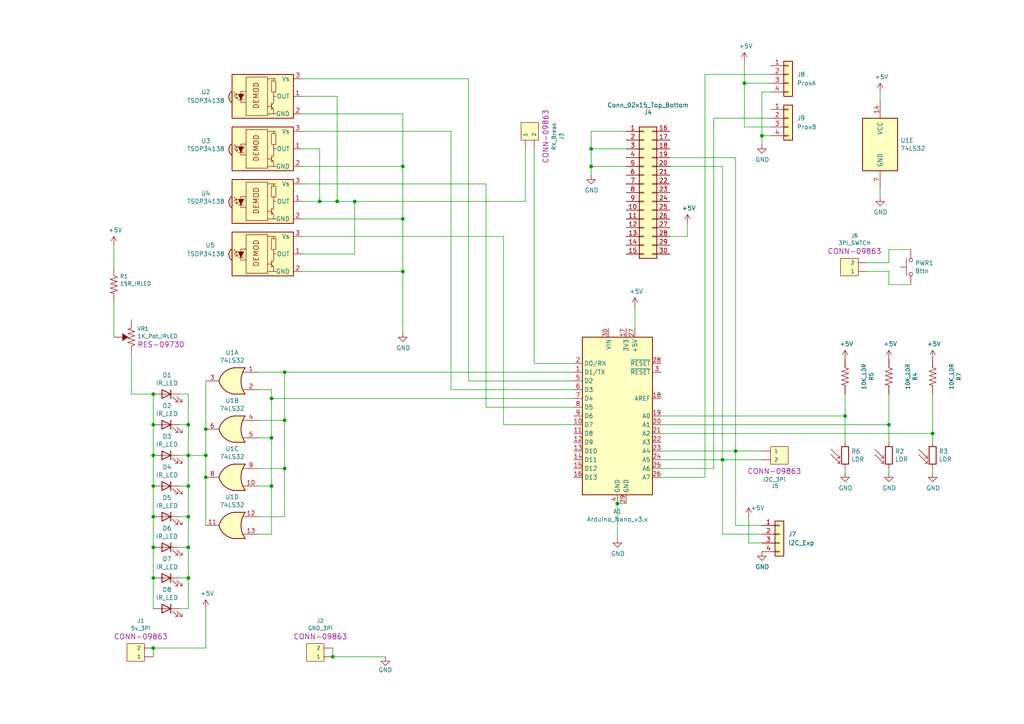
<source format=kicad_sch>
(kicad_sch (version 20230121) (generator eeschema)
  (paper "A4")
  (lib_symbols
    (symbol "74xx:74LS32" (pin_names (offset 1.016))
      (property "Reference" "U" (at 0 1.27 0))
      (property "Value" "74LS32" (at 0 -1.27 0))
      (symbol "74LS32_1_1"
        (pin input line (at -7.62 2.54 0) (length 4.318) (name "~") (number "1"))
        (pin input line (at -7.62 -2.54 0) (length 4.318) (name "~") (number "2"))
        (pin output line (at 7.62 0 180) (length 3.81) (name "~") (number "3"))
      )
      (symbol "74LS32_1_2"
        (pin input inverted (at -7.62 2.54 0) (length 3.81) (name "~") (number "1"))
        (pin input inverted (at -7.62 -2.54 0) (length 3.81) (name "~") (number "2"))
        (pin output inverted (at 7.62 0 180) (length 3.81) (name "~") (number "3"))
      )
      (symbol "74LS32_2_1"
        (pin input line (at -7.62 2.54 0) (length 4.318) (name "~") (number "4"))
        (pin input line (at -7.62 -2.54 0) (length 4.318) (name "~") (number "5"))
        (pin output line (at 7.62 0 180) (length 3.81) (name "~") (number "6"))
      )
      (symbol "74LS32_2_2"
        (pin input inverted (at -7.62 2.54 0) (length 3.81) (name "~") (number "4"))
        (pin input inverted (at -7.62 -2.54 0) (length 3.81) (name "~") (number "5"))
        (pin output inverted (at 7.62 0 180) (length 3.81) (name "~") (number "6"))
      )
      (symbol "74LS32_3_1"
        (pin input line (at -7.62 -2.54 0) (length 4.318) (name "~") (number "10"))
        (pin output line (at 7.62 0 180) (length 3.81) (name "~") (number "8"))
        (pin input line (at -7.62 2.54 0) (length 4.318) (name "~") (number "9"))
      )
      (symbol "74LS32_3_2"
        (pin input inverted (at -7.62 -2.54 0) (length 3.81) (name "~") (number "10"))
        (pin output inverted (at 7.62 0 180) (length 3.81) (name "~") (number "8"))
        (pin input inverted (at -7.62 2.54 0) (length 3.81) (name "~") (number "9"))
      )
      (symbol "74LS32_4_1"
        (pin output line (at 7.62 0 180) (length 3.81) (name "~") (number "11"))
        (pin input line (at -7.62 2.54 0) (length 4.318) (name "~") (number "12"))
        (pin input line (at -7.62 -2.54 0) (length 4.318) (name "~") (number "13"))
      )
      (symbol "74LS32_4_2"
        (pin output inverted (at 7.62 0 180) (length 3.81) (name "~") (number "11"))
        (pin input inverted (at -7.62 2.54 0) (length 3.81) (name "~") (number "12"))
        (pin input inverted (at -7.62 -2.54 0) (length 3.81) (name "~") (number "13"))
      )
      (symbol "74LS32_5_0"
        (pin power_in line (at 0 12.7 270) (length 5.08) (name "VCC") (number "14"))
        (pin power_in line (at 0 -12.7 90) (length 5.08) (name "GND") (number "7"))
      )
    )
    (symbol "CONN_02JST-PTH-2_1" (pin_numbers hide) (pin_names (offset 1.016))
      (property "Reference" "J" (at -5.08 5.08 0))
      (property "Value" "SparkFun-Connectors_CONN_02JST-PTH-2" (at -5.08 -3.81 0))
      (property "Field4" "CONN-09863" (at 0 8.89 0))
      (symbol "CONN_02JST-PTH-2_1_1_1"
        (pin passive line (at 2.54 0 180) (length 2.54) (name "1") (number "1"))
        (pin passive line (at 2.54 2.54 180) (length 2.54) (name "2") (number "2"))
      )
    )
    (symbol "CONN_02JST-PTH-2_2" (pin_numbers hide) (pin_names (offset 1.016))
      (property "Reference" "J" (at -5.08 5.08 0))
      (property "Value" "SparkFun-Connectors_CONN_02JST-PTH-2" (at -5.08 -3.81 0))
      (property "Field4" "CONN-09863" (at 0 8.89 0))
      (symbol "CONN_02JST-PTH-2_2_1_1"
        (pin passive line (at 2.54 0 180) (length 2.54) (name "1") (number "1"))
        (pin passive line (at 2.54 2.54 180) (length 2.54) (name "2") (number "2"))
      )
    )
    (symbol "CONN_02JST-PTH-2_3" (pin_numbers hide) (pin_names (offset 1.016))
      (property "Reference" "J" (at -5.08 5.08 0))
      (property "Value" "SparkFun-Connectors_CONN_02JST-PTH-2" (at -5.08 -3.81 0))
      (property "Field4" "CONN-09863" (at 0 8.89 0))
      (symbol "CONN_02JST-PTH-2_3_1_1"
        (pin passive line (at 2.54 0 180) (length 2.54) (name "1") (number "1"))
        (pin passive line (at 2.54 2.54 180) (length 2.54) (name "2") (number "2"))
      )
    )
    (symbol "CONN_02JST-PTH-2_4" (pin_numbers hide) (pin_names (offset 1.016))
      (property "Reference" "J" (at -5.08 5.08 0))
      (property "Value" "SparkFun-Connectors_CONN_02JST-PTH-2" (at -5.08 -3.81 0))
      (property "Field4" "CONN-09863" (at 0 8.89 0))
      (symbol "CONN_02JST-PTH-2_4_1_1"
        (pin passive line (at 2.54 0 180) (length 2.54) (name "1") (number "1"))
        (pin passive line (at 2.54 2.54 180) (length 2.54) (name "2") (number "2"))
      )
    )
    (symbol "CONN_02JST-PTH-2_5" (pin_numbers hide) (pin_names (offset 1.016))
      (property "Reference" "J" (at -5.08 5.08 0))
      (property "Value" "SparkFun-Connectors_CONN_02JST-PTH-2" (at -5.08 -3.81 0))
      (property "Field4" "CONN-09863" (at 0 8.89 0))
      (symbol "CONN_02JST-PTH-2_5_1_1"
        (pin passive line (at 2.54 0 180) (length 2.54) (name "1") (number "1"))
        (pin passive line (at 2.54 2.54 180) (length 2.54) (name "2") (number "2"))
      )
    )
    (symbol "Connector_Generic:Conn_01x04" (pin_names (offset 1.016) hide)
      (property "Reference" "J" (at 0 5.08 0))
      (property "Value" "Conn_01x04" (at 0 -7.62 0))
      (symbol "Conn_01x04_1_1"
        (pin passive line (at -5.08 2.54 0) (length 3.81) (name "Pin_1") (number "1"))
        (pin passive line (at -5.08 0 0) (length 3.81) (name "Pin_2") (number "2"))
        (pin passive line (at -5.08 -2.54 0) (length 3.81) (name "Pin_3") (number "3"))
        (pin passive line (at -5.08 -5.08 0) (length 3.81) (name "Pin_4") (number "4"))
      )
    )
    (symbol "Connector_Generic:Conn_02x15_Top_Bottom" (pin_names (offset 1.016) hide)
      (property "Reference" "J" (at 1.27 20.32 0))
      (property "Value" "Conn_02x15_Top_Bottom" (at 1.27 -20.32 0))
      (symbol "Conn_02x15_Top_Bottom_1_1"
        (pin passive line (at -5.08 17.78 0) (length 3.81) (name "Pin_1") (number "1"))
        (pin passive line (at -5.08 -5.08 0) (length 3.81) (name "Pin_10") (number "10"))
        (pin passive line (at -5.08 -7.62 0) (length 3.81) (name "Pin_11") (number "11"))
        (pin passive line (at -5.08 -10.16 0) (length 3.81) (name "Pin_12") (number "12"))
        (pin passive line (at -5.08 -12.7 0) (length 3.81) (name "Pin_13") (number "13"))
        (pin passive line (at -5.08 -15.24 0) (length 3.81) (name "Pin_14") (number "14"))
        (pin passive line (at -5.08 -17.78 0) (length 3.81) (name "Pin_15") (number "15"))
        (pin passive line (at 7.62 17.78 180) (length 3.81) (name "Pin_16") (number "16"))
        (pin passive line (at 7.62 15.24 180) (length 3.81) (name "Pin_17") (number "17"))
        (pin passive line (at 7.62 12.7 180) (length 3.81) (name "Pin_18") (number "18"))
        (pin passive line (at 7.62 10.16 180) (length 3.81) (name "Pin_19") (number "19"))
        (pin passive line (at -5.08 15.24 0) (length 3.81) (name "Pin_2") (number "2"))
        (pin passive line (at 7.62 7.62 180) (length 3.81) (name "Pin_20") (number "20"))
        (pin passive line (at 7.62 5.08 180) (length 3.81) (name "Pin_21") (number "21"))
        (pin passive line (at 7.62 2.54 180) (length 3.81) (name "Pin_22") (number "22"))
        (pin passive line (at 7.62 0 180) (length 3.81) (name "Pin_23") (number "23"))
        (pin passive line (at 7.62 -2.54 180) (length 3.81) (name "Pin_24") (number "24"))
        (pin passive line (at 7.62 -5.08 180) (length 3.81) (name "Pin_25") (number "25"))
        (pin passive line (at 7.62 -7.62 180) (length 3.81) (name "Pin_26") (number "26"))
        (pin passive line (at 7.62 -10.16 180) (length 3.81) (name "Pin_27") (number "27"))
        (pin passive line (at 7.62 -12.7 180) (length 3.81) (name "Pin_28") (number "28"))
        (pin passive line (at 7.62 -15.24 180) (length 3.81) (name "Pin_29") (number "29"))
        (pin passive line (at -5.08 12.7 0) (length 3.81) (name "Pin_3") (number "3"))
        (pin passive line (at 7.62 -17.78 180) (length 3.81) (name "Pin_30") (number "30"))
        (pin passive line (at -5.08 10.16 0) (length 3.81) (name "Pin_4") (number "4"))
        (pin passive line (at -5.08 7.62 0) (length 3.81) (name "Pin_5") (number "5"))
        (pin passive line (at -5.08 5.08 0) (length 3.81) (name "Pin_6") (number "6"))
        (pin passive line (at -5.08 2.54 0) (length 3.81) (name "Pin_7") (number "7"))
        (pin passive line (at -5.08 0 0) (length 3.81) (name "Pin_8") (number "8"))
        (pin passive line (at -5.08 -2.54 0) (length 3.81) (name "Pin_9") (number "9"))
      )
    )
    (symbol "Device:LED" (pin_numbers hide) (pin_names (offset 1.016) hide)
      (property "Reference" "D" (at 0 2.54 0))
      (property "Value" "LED" (at 0 -2.54 0))
      (symbol "LED_1_1"
        (pin passive line (at -3.81 0 0) (length 2.54) (name "K") (number "1"))
        (pin passive line (at 3.81 0 180) (length 2.54) (name "A") (number "2"))
      )
    )
    (symbol "Device:R_PHOTO" (pin_numbers hide) (pin_names (offset 0))
      (property "Reference" "R" (at 1.27 1.27 0))
      (property "Value" "Device_R_PHOTO" (at 1.27 0 0))
      (symbol "R_PHOTO_1_1"
        (pin passive line (at 0 3.81 270) (length 1.27) (name "~") (number "1"))
        (pin passive line (at 0 -3.81 90) (length 1.27) (name "~") (number "2"))
      )
    )
    (symbol "Interface_Optical:TSOP34S40F" (pin_names (offset 1.016))
      (property "Reference" "U" (at -10.16 7.62 0))
      (property "Value" "TSOP34S40F" (at -10.16 -7.62 0))
      (symbol "TSOP34S40F_0_0"
        (text "DEMOD" (at -3.175 0.254 900) (effects (font (size 1.524 1.524))))
      )
      (symbol "TSOP34S40F_1_1"
        (pin output line (at 10.16 0 180) (length 2.54) (name "OUT") (number "1"))
        (pin power_in line (at 10.16 -5.08 180) (length 2.54) (name "GND") (number "2"))
        (pin power_in line (at 10.16 5.08 180) (length 2.54) (name "Vs") (number "3"))
      )
    )
    (symbol "MCU_Module:Arduino_Nano_v3.x"
      (property "Reference" "A" (at -10.16 23.495 0))
      (property "Value" "Arduino_Nano_v3.x" (at 5.08 -24.13 0))
      (symbol "Arduino_Nano_v3.x_1_1"
        (pin bidirectional line (at -12.7 12.7 0) (length 2.54) (name "D1/TX") (number "1"))
        (pin bidirectional line (at -12.7 -2.54 0) (length 2.54) (name "D7") (number "10"))
        (pin bidirectional line (at -12.7 -5.08 0) (length 2.54) (name "D8") (number "11"))
        (pin bidirectional line (at -12.7 -7.62 0) (length 2.54) (name "D9") (number "12"))
        (pin bidirectional line (at -12.7 -10.16 0) (length 2.54) (name "D10") (number "13"))
        (pin bidirectional line (at -12.7 -12.7 0) (length 2.54) (name "D11") (number "14"))
        (pin bidirectional line (at -12.7 -15.24 0) (length 2.54) (name "D12") (number "15"))
        (pin bidirectional line (at -12.7 -17.78 0) (length 2.54) (name "D13") (number "16"))
        (pin power_out line (at 2.54 25.4 270) (length 2.54) (name "3V3") (number "17"))
        (pin input line (at 12.7 5.08 180) (length 2.54) (name "AREF") (number "18"))
        (pin bidirectional line (at 12.7 0 180) (length 2.54) (name "A0") (number "19"))
        (pin bidirectional line (at -12.7 15.24 0) (length 2.54) (name "D0/RX") (number "2"))
        (pin bidirectional line (at 12.7 -2.54 180) (length 2.54) (name "A1") (number "20"))
        (pin bidirectional line (at 12.7 -5.08 180) (length 2.54) (name "A2") (number "21"))
        (pin bidirectional line (at 12.7 -7.62 180) (length 2.54) (name "A3") (number "22"))
        (pin bidirectional line (at 12.7 -10.16 180) (length 2.54) (name "A4") (number "23"))
        (pin bidirectional line (at 12.7 -12.7 180) (length 2.54) (name "A5") (number "24"))
        (pin bidirectional line (at 12.7 -15.24 180) (length 2.54) (name "A6") (number "25"))
        (pin bidirectional line (at 12.7 -17.78 180) (length 2.54) (name "A7") (number "26"))
        (pin power_out line (at 5.08 25.4 270) (length 2.54) (name "+5V") (number "27"))
        (pin input line (at 12.7 15.24 180) (length 2.54) (name "~{RESET}") (number "28"))
        (pin power_in line (at 2.54 -25.4 90) (length 2.54) (name "GND") (number "29"))
        (pin input line (at 12.7 12.7 180) (length 2.54) (name "~{RESET}") (number "3"))
        (pin power_in line (at -2.54 25.4 270) (length 2.54) (name "VIN") (number "30"))
        (pin power_in line (at 0 -25.4 90) (length 2.54) (name "GND") (number "4"))
        (pin bidirectional line (at -12.7 10.16 0) (length 2.54) (name "D2") (number "5"))
        (pin bidirectional line (at -12.7 7.62 0) (length 2.54) (name "D3") (number "6"))
        (pin bidirectional line (at -12.7 5.08 0) (length 2.54) (name "D4") (number "7"))
        (pin bidirectional line (at -12.7 2.54 0) (length 2.54) (name "D5") (number "8"))
        (pin bidirectional line (at -12.7 0 0) (length 2.54) (name "D6") (number "9"))
      )
    )
    (symbol "RESISTOR0402_1" (pin_numbers hide) (pin_names (offset 1.016) hide)
      (property "Reference" "R" (at -5.08 1.27 0))
      (property "Value" "SparkFun-Resistors_RESISTOR0402" (at -5.08 -3.81 0))
      (property "Field4" " " (at 0 5.08 0))
      (symbol "RESISTOR0402_1_1_1"
        (pin passive line (at -5.08 0 0) (length 2.54) (name "1") (number "1"))
        (pin passive line (at 5.08 0 180) (length 2.54) (name "2") (number "2"))
      )
    )
    (symbol "RESISTOR0402_2" (pin_numbers hide) (pin_names (offset 1.016) hide)
      (property "Reference" "R" (at -5.08 1.27 0))
      (property "Value" "SparkFun-Resistors_RESISTOR0402" (at -5.08 -3.81 0))
      (property "Field4" " " (at 0 5.08 0))
      (symbol "RESISTOR0402_2_1_1"
        (pin passive line (at -5.08 0 0) (length 2.54) (name "1") (number "1"))
        (pin passive line (at 5.08 0 180) (length 2.54) (name "2") (number "2"))
      )
    )
    (symbol "SparkFun-Connectors:CONN_02JST-PTH-2" (pin_numbers hide) (pin_names (offset 1.016))
      (property "Reference" "J" (at -5.08 5.08 0))
      (property "Value" "SparkFun-Connectors_CONN_02JST-PTH-2" (at -5.08 -3.81 0))
      (property "Field4" "CONN-09863" (at 0 8.89 0))
      (symbol "CONN_02JST-PTH-2_1_1"
        (pin passive line (at 2.54 0 180) (length 2.54) (name "1") (number "1"))
        (pin passive line (at 2.54 2.54 180) (length 2.54) (name "2") (number "2"))
      )
    )
    (symbol "SparkFun-LED:LED-RGB-CCCLEAR" (pin_names (offset 1.016) hide)
      (property "Reference" "D" (at -7.62 6.35 0))
      (property "Value" "SparkFun-LED_LED-RGB-CCCLEAR" (at -7.62 -7.62 0))
      (property "Field4" "DIO-08418" (at 0 10.16 0))
      (symbol "LED-RGB-CCCLEAR_1_1"
        (pin bidirectional line (at -10.16 2.54 0) (length 2.54) (name "RED") (number "1"))
        (pin bidirectional line (at 12.7 0 180) (length 2.54) (name "C") (number "2"))
        (pin bidirectional line (at -10.16 -2.54 0) (length 2.54) (name "GRN") (number "3"))
        (pin bidirectional line (at -10.16 0 0) (length 2.54) (name "BLU") (number "4"))
      )
    )
    (symbol "SparkFun-Resistors:RESISTOR0402" (pin_numbers hide) (pin_names (offset 1.016) hide)
      (property "Reference" "R" (at -5.08 1.27 0))
      (property "Value" "SparkFun-Resistors_RESISTOR0402" (at -5.08 -3.81 0))
      (property "Field4" " " (at 0 5.08 0))
      (symbol "RESISTOR0402_1_1"
        (pin passive line (at -5.08 0 0) (length 2.54) (name "1") (number "1"))
        (pin passive line (at 5.08 0 180) (length 2.54) (name "2") (number "2"))
      )
    )
    (symbol "SparkFun-Resistors:TRIMPOT-PTH-10MM-KNOB-1_2W-10%" (pin_numbers hide) (pin_names (offset 1.016) hide)
      (property "Reference" "VR" (at -1.27 -5.08 90))
      (property "Value" "SparkFun-Resistors_TRIMPOT-PTH-10MM-KNOB-1_2W-10%" (at 5.08 1.27 90))
      (property "Field4" "RES-09730" (at -5.08 0 90))
      (symbol "TRIMPOT-PTH-10MM-KNOB-1_2W-10%_1_1"
        (pin passive line (at 0 5.08 270) (length 2.54) (name "CCW") (number "1"))
        (pin passive line (at 5.08 0 180) (length 2.54) (name "WIPER") (number "2"))
        (pin passive line (at 0 -5.08 90) (length 2.54) (name "CW") (number "3"))
      )
    )
    (symbol "Switch:SW_Push" (pin_numbers hide) (pin_names (offset 1.016) hide)
      (property "Reference" "SW" (at 1.27 2.54 0))
      (property "Value" "SW_Push" (at 0 -1.524 0))
      (symbol "SW_Push_0_1"
        (pin passive line (at -5.08 0 0) (length 2.54) (name "1") (number "1"))
        (pin passive line (at 5.08 0 180) (length 2.54) (name "2") (number "2"))
      )
    )
    (symbol "TRIMPOT-PTH-10MM-KNOB-1_2W-10%_1" (pin_numbers hide) (pin_names (offset 1.016) hide)
      (property "Reference" "VR" (at -1.27 -5.08 90))
      (property "Value" "SparkFun-Resistors_TRIMPOT-PTH-10MM-KNOB-1_2W-10%" (at 5.08 1.27 90))
      (property "Field4" "RES-09730" (at -5.08 0 90))
      (symbol "TRIMPOT-PTH-10MM-KNOB-1_2W-10%_1_1_1"
        (pin passive line (at 0 5.08 270) (length 2.54) (name "CCW") (number "1"))
        (pin passive line (at 5.08 0 180) (length 2.54) (name "WIPER") (number "2"))
        (pin passive line (at 0 -5.08 90) (length 2.54) (name "CW") (number "3"))
      )
    )
    (symbol "power:+5V" (power) (pin_names (offset 0))
      (property "Value" "+5V" (at 0 3.556 0))
      (symbol "+5V_1_1"
        (pin power_in line (at 0 0 90) (length 0) hide (name "+5V") (number "1"))
      )
    )
    (symbol "power:GND" (power) (pin_names (offset 0))
      (property "Value" "GND" (at 0 -3.81 0))
      (symbol "GND_1_1"
        (pin power_in line (at 0 0 270) (length 0) hide (name "GND") (number "1"))
      )
    )
  )
  (junction (at 59.69 132.08))
  (junction (at 54.61 123.19))
  (junction (at 59.69 124.46))
  (junction (at 78.74 127))
  (junction (at 97.79 58.42))
  (junction (at 171.45 48.26))
  (junction (at 44.45 167.64))
  (junction (at 44.45 158.75))
  (junction (at 44.45 187.96))
  (junction (at 82.55 107.95))
  (junction (at 44.45 114.3))
  (junction (at 44.45 132.08))
  (junction (at 44.45 149.86))
  (junction (at 54.61 140.97))
  (junction (at 209.55 133.35))
  (junction (at 257.81 123.19))
  (junction (at 102.87 58.42))
  (junction (at 54.61 132.08))
  (junction (at 44.45 123.19))
  (junction (at 54.61 167.64))
  (junction (at 270.51 125.73))
  (junction (at 116.84 48.26))
  (junction (at 171.45 43.18))
  (junction (at 82.55 135.89))
  (junction (at 220.98 39.37))
  (junction (at 78.74 115.57))
  (junction (at 92.71 58.42))
  (junction (at 215.9 24.13))
  (junction (at 96.52 190.5))
  (junction (at 82.55 121.92))
  (junction (at 44.45 140.97))
  (junction (at 245.11 120.65))
  (junction (at 213.36 130.81))
  (junction (at 59.69 138.43))
  (junction (at 54.61 149.86))
  (junction (at 54.61 158.75))
  (junction (at 116.84 63.5))
  (junction (at 116.84 78.74))
  (junction (at 179.07 146.05))
  (junction (at 78.74 140.97))
  (wire (pts (xy 59.69 110.49) (xy 59.69 124.46)))
  (wire (pts (xy 52.07 132.08) (xy 54.61 132.08)))
  (wire (pts (xy 223.52 34.29) (xy 207.01 34.29)))
  (wire (pts (xy 130.81 38.1) (xy 130.81 113.03)))
  (wire (pts (xy 184.15 95.25) (xy 184.15 88.9)))
  (wire (pts (xy 82.55 135.89) (xy 74.93 135.89)))
  (wire (pts (xy 87.63 48.26) (xy 116.84 48.26)))
  (wire (pts (xy 217.17 157.48) (xy 217.17 149.86)))
  (wire (pts (xy 270.51 125.73) (xy 270.51 128.27)))
  (wire (pts (xy 87.63 58.42) (xy 92.71 58.42)))
  (wire (pts (xy 191.77 120.65) (xy 245.11 120.65)))
  (wire (pts (xy 220.98 26.67) (xy 220.98 39.37)))
  (wire (pts (xy 82.55 121.92) (xy 74.93 121.92)))
  (wire (pts (xy 166.37 115.57) (xy 78.74 115.57)))
  (wire (pts (xy 257.81 76.2) (xy 251.46 76.2)))
  (wire (pts (xy 223.52 26.67) (xy 220.98 26.67)))
  (wire (pts (xy 54.61 114.3) (xy 54.61 123.19)))
  (wire (pts (xy 87.63 78.74) (xy 116.84 78.74)))
  (wire (pts (xy 209.55 154.94) (xy 209.55 133.35)))
  (wire (pts (xy 209.55 133.35) (xy 220.98 133.35)))
  (wire (pts (xy 154.94 105.41) (xy 166.37 105.41)))
  (wire (pts (xy 44.45 149.86) (xy 44.45 158.75)))
  (wire (pts (xy 171.45 48.26) (xy 181.61 48.26)))
  (wire (pts (xy 82.55 149.86) (xy 74.93 149.86)))
  (wire (pts (xy 207.01 34.29) (xy 207.01 135.89)))
  (wire (pts (xy 116.84 78.74) (xy 116.84 96.52)))
  (wire (pts (xy 220.98 39.37) (xy 223.52 39.37)))
  (wire (pts (xy 140.97 53.34) (xy 140.97 118.11)))
  (wire (pts (xy 245.11 114.3) (xy 245.11 120.65)))
  (wire (pts (xy 59.69 138.43) (xy 59.69 152.4)))
  (wire (pts (xy 54.61 123.19) (xy 54.61 132.08)))
  (wire (pts (xy 255.27 29.21) (xy 255.27 26.67)))
  (wire (pts (xy 44.45 114.3) (xy 44.45 123.19)))
  (wire (pts (xy 44.45 123.19) (xy 44.45 132.08)))
  (wire (pts (xy 223.52 24.13) (xy 215.9 24.13)))
  (wire (pts (xy 52.07 149.86) (xy 54.61 149.86)))
  (wire (pts (xy 102.87 58.42) (xy 152.4 58.42)))
  (wire (pts (xy 257.81 114.3) (xy 257.81 123.19)))
  (wire (pts (xy 96.52 187.96) (xy 96.52 190.5)))
  (wire (pts (xy 255.27 57.15) (xy 255.27 54.61)))
  (wire (pts (xy 52.07 140.97) (xy 54.61 140.97)))
  (wire (pts (xy 220.98 130.81) (xy 213.36 130.81)))
  (wire (pts (xy 74.93 113.03) (xy 78.74 113.03)))
  (wire (pts (xy 181.61 43.18) (xy 171.45 43.18)))
  (wire (pts (xy 74.93 154.94) (xy 78.74 154.94)))
  (wire (pts (xy 171.45 50.8) (xy 171.45 48.26)))
  (wire (pts (xy 257.81 137.16) (xy 257.81 135.89)))
  (wire (pts (xy 116.84 63.5) (xy 87.63 63.5)))
  (wire (pts (xy 33.02 77.47) (xy 33.02 71.12)))
  (wire (pts (xy 264.16 72.39) (xy 257.81 72.39)))
  (wire (pts (xy 213.36 45.72) (xy 213.36 130.81)))
  (wire (pts (xy 78.74 115.57) (xy 78.74 127)))
  (wire (pts (xy 74.93 140.97) (xy 78.74 140.97)))
  (wire (pts (xy 191.77 130.81) (xy 213.36 130.81)))
  (wire (pts (xy 82.55 107.95) (xy 74.93 107.95)))
  (wire (pts (xy 207.01 135.89) (xy 191.77 135.89)))
  (wire (pts (xy 52.07 158.75) (xy 54.61 158.75)))
  (wire (pts (xy 257.81 72.39) (xy 257.81 76.2)))
  (wire (pts (xy 191.77 133.35) (xy 209.55 133.35)))
  (wire (pts (xy 59.69 176.53) (xy 59.69 187.96)))
  (wire (pts (xy 52.07 114.3) (xy 54.61 114.3)))
  (wire (pts (xy 44.45 190.5) (xy 44.45 187.96)))
  (wire (pts (xy 87.63 38.1) (xy 130.81 38.1)))
  (wire (pts (xy 140.97 118.11) (xy 166.37 118.11)))
  (wire (pts (xy 54.61 140.97) (xy 54.61 149.86)))
  (wire (pts (xy 179.07 146.05) (xy 179.07 156.21)))
  (wire (pts (xy 82.55 121.92) (xy 82.55 135.89)))
  (wire (pts (xy 223.52 21.59) (xy 204.47 21.59)))
  (wire (pts (xy 199.39 68.58) (xy 194.31 68.58)))
  (wire (pts (xy 264.16 82.55) (xy 257.81 82.55)))
  (wire (pts (xy 78.74 127) (xy 74.93 127)))
  (wire (pts (xy 215.9 36.83) (xy 215.9 24.13)))
  (wire (pts (xy 59.69 124.46) (xy 59.69 132.08)))
  (wire (pts (xy 213.36 152.4) (xy 220.98 152.4)))
  (wire (pts (xy 191.77 125.73) (xy 270.51 125.73)))
  (wire (pts (xy 111.76 190.5) (xy 96.52 190.5)))
  (wire (pts (xy 213.36 130.81) (xy 213.36 152.4)))
  (wire (pts (xy 204.47 21.59) (xy 204.47 138.43)))
  (wire (pts (xy 181.61 146.05) (xy 179.07 146.05)))
  (wire (pts (xy 146.05 123.19) (xy 166.37 123.19)))
  (wire (pts (xy 245.11 137.16) (xy 245.11 135.89)))
  (wire (pts (xy 78.74 113.03) (xy 78.74 115.57)))
  (wire (pts (xy 171.45 48.26) (xy 171.45 43.18)))
  (wire (pts (xy 87.63 53.34) (xy 140.97 53.34)))
  (wire (pts (xy 171.45 38.1) (xy 171.45 43.18)))
  (wire (pts (xy 223.52 36.83) (xy 215.9 36.83)))
  (wire (pts (xy 87.63 27.94) (xy 97.79 27.94)))
  (wire (pts (xy 102.87 58.42) (xy 97.79 58.42)))
  (wire (pts (xy 78.74 140.97) (xy 78.74 127)))
  (wire (pts (xy 44.45 167.64) (xy 44.45 176.53)))
  (wire (pts (xy 135.89 110.49) (xy 166.37 110.49)))
  (wire (pts (xy 52.07 123.19) (xy 54.61 123.19)))
  (wire (pts (xy 270.51 114.3) (xy 270.51 125.73)))
  (wire (pts (xy 52.07 176.53) (xy 54.61 176.53)))
  (wire (pts (xy 78.74 154.94) (xy 78.74 140.97)))
  (wire (pts (xy 194.31 45.72) (xy 213.36 45.72)))
  (wire (pts (xy 87.63 33.02) (xy 116.84 33.02)))
  (wire (pts (xy 220.98 157.48) (xy 217.17 157.48)))
  (wire (pts (xy 116.84 48.26) (xy 116.84 63.5)))
  (wire (pts (xy 215.9 24.13) (xy 215.9 17.78)))
  (wire (pts (xy 44.45 140.97) (xy 44.45 149.86)))
  (wire (pts (xy 116.84 63.5) (xy 116.84 78.74)))
  (wire (pts (xy 82.55 135.89) (xy 82.55 149.86)))
  (wire (pts (xy 87.63 73.66) (xy 102.87 73.66)))
  (wire (pts (xy 146.05 68.58) (xy 146.05 123.19)))
  (wire (pts (xy 135.89 22.86) (xy 135.89 110.49)))
  (wire (pts (xy 92.71 43.18) (xy 92.71 58.42)))
  (wire (pts (xy 54.61 132.08) (xy 54.61 140.97)))
  (wire (pts (xy 257.81 123.19) (xy 257.81 128.27)))
  (wire (pts (xy 54.61 149.86) (xy 54.61 158.75)))
  (wire (pts (xy 87.63 43.18) (xy 92.71 43.18)))
  (wire (pts (xy 54.61 167.64) (xy 54.61 176.53)))
  (wire (pts (xy 38.1 114.3) (xy 44.45 114.3)))
  (wire (pts (xy 97.79 27.94) (xy 97.79 58.42)))
  (wire (pts (xy 92.71 58.42) (xy 97.79 58.42)))
  (wire (pts (xy 102.87 73.66) (xy 102.87 58.42)))
  (wire (pts (xy 257.81 82.55) (xy 257.81 78.74)))
  (wire (pts (xy 59.69 132.08) (xy 59.69 138.43)))
  (wire (pts (xy 44.45 158.75) (xy 44.45 167.64)))
  (wire (pts (xy 209.55 48.26) (xy 209.55 133.35)))
  (wire (pts (xy 54.61 158.75) (xy 54.61 167.64)))
  (wire (pts (xy 245.11 120.65) (xy 245.11 128.27)))
  (wire (pts (xy 52.07 167.64) (xy 54.61 167.64)))
  (wire (pts (xy 38.1 102.87) (xy 38.1 114.3)))
  (wire (pts (xy 220.98 39.37) (xy 220.98 41.91)))
  (wire (pts (xy 199.39 68.58) (xy 199.39 64.77)))
  (wire (pts (xy 44.45 132.08) (xy 44.45 140.97)))
  (wire (pts (xy 116.84 33.02) (xy 116.84 48.26)))
  (wire (pts (xy 82.55 107.95) (xy 82.55 121.92)))
  (wire (pts (xy 54.61 132.08) (xy 59.69 132.08)))
  (wire (pts (xy 191.77 123.19) (xy 257.81 123.19)))
  (wire (pts (xy 257.81 78.74) (xy 251.46 78.74)))
  (wire (pts (xy 166.37 107.95) (xy 82.55 107.95)))
  (wire (pts (xy 270.51 137.16) (xy 270.51 135.89)))
  (wire (pts (xy 130.81 113.03) (xy 166.37 113.03)))
  (wire (pts (xy 152.4 58.42) (xy 152.4 43.18)))
  (wire (pts (xy 154.94 105.41) (xy 154.94 43.18)))
  (wire (pts (xy 33.02 87.63) (xy 33.02 97.79)))
  (wire (pts (xy 87.63 22.86) (xy 135.89 22.86)))
  (wire (pts (xy 220.98 154.94) (xy 209.55 154.94)))
  (wire (pts (xy 44.45 187.96) (xy 59.69 187.96)))
  (wire (pts (xy 87.63 68.58) (xy 146.05 68.58)))
  (wire (pts (xy 194.31 48.26) (xy 209.55 48.26)))
  (wire (pts (xy 181.61 38.1) (xy 171.45 38.1)))
  (wire (pts (xy 204.47 138.43) (xy 191.77 138.43)))
  (symbol (lib_id "MCU_Module:Arduino_Nano_v3.x") (at 179.07 120.65 0) (unit 1)
    (property "Reference" "A1" (at 179.07 148.3106 0))
    (property "Value" "Arduino_Nano_v3.x" (at 179.07 150.622 0))
    (property "Footprint" "Module:Arduino_Nano" (effects hide))
    (property "Datasheet" "http://www.mouser.com/pdfdocs/Gravitech_Arduino_Nano3_0.pdf" (effects hide))
  )
  (symbol (lib_id "74xx:74LS32") (at 67.31 110.49 0) (mirror y) (unit 1)
    (property "Reference" "U1" (at 67.31 102.235 0))
    (property "Value" "74LS32" (at 67.31 104.5464 0))
    (property "Footprint" "Package_DIP:DIP-14_W7.62mm_Socket" (effects hide))
    (property "Datasheet" "http://www.ti.com/lit/gpn/sn74LS32" (effects hide))
  )
  (symbol (lib_id "74xx:74LS32") (at 67.31 124.46 0) (mirror y) (unit 2)
    (property "Reference" "U1" (at 67.31 116.205 0))
    (property "Value" "74LS32" (at 67.31 118.5164 0))
    (property "Footprint" "Package_DIP:DIP-14_W7.62mm_Socket" (effects hide))
    (property "Datasheet" "http://www.ti.com/lit/gpn/sn74LS32" (effects hide))
  )
  (symbol (lib_id "74xx:74LS32") (at 67.31 138.43 0) (mirror y) (unit 3)
    (property "Reference" "U1" (at 67.31 130.175 0))
    (property "Value" "74LS32" (at 67.31 132.4864 0))
    (property "Footprint" "Package_DIP:DIP-14_W7.62mm_Socket" (effects hide))
    (property "Datasheet" "http://www.ti.com/lit/gpn/sn74LS32" (effects hide))
  )
  (symbol (lib_id "74xx:74LS32") (at 67.31 152.4 0) (mirror y) (unit 4)
    (property "Reference" "U1" (at 67.31 144.145 0))
    (property "Value" "74LS32" (at 67.31 146.4564 0))
    (property "Footprint" "Package_DIP:DIP-14_W7.62mm_Socket" (effects hide))
    (property "Datasheet" "http://www.ti.com/lit/gpn/sn74LS32" (effects hide))
  )
  (symbol (lib_id "74xx:74LS32") (at 255.27 41.91 0) (unit 5)
    (property "Reference" "U1" (at 261.112 40.7416 0) (effects (justify left)))
    (property "Value" "74LS32" (at 261.112 43.053 0) (effects (justify left)))
    (property "Footprint" "Package_DIP:DIP-14_W7.62mm_Socket" (effects hide))
    (property "Datasheet" "http://www.ti.com/lit/gpn/sn74LS32" (effects hide))
  )
  (symbol (lib_id "Device:LED") (at 48.26 114.3 0) (mirror y) (unit 1)
    (property "Reference" "D1" (at 48.4378 108.8136 0))
    (property "Value" "IR_LED" (at 48.4378 111.125 0))
    (property "Footprint" "LED_THT:LED_D3.0mm_Horizontal_O1.27mm_Z2.0mm" (effects hide))
  )
  (symbol (lib_id "Device:LED") (at 48.26 123.19 0) (mirror y) (unit 1)
    (property "Reference" "D2" (at 48.4378 117.7036 0))
    (property "Value" "IR_LED" (at 48.4378 120.015 0))
    (property "Footprint" "LED_THT:LED_D3.0mm_Horizontal_O1.27mm_Z2.0mm" (effects hide))
  )
  (symbol (lib_id "Device:LED") (at 48.26 132.08 0) (mirror y) (unit 1)
    (property "Reference" "D3" (at 48.4378 126.5936 0))
    (property "Value" "IR_LED" (at 48.4378 128.905 0))
    (property "Footprint" "LED_THT:LED_D3.0mm_Horizontal_O1.27mm_Z2.0mm" (effects hide))
  )
  (symbol (lib_id "Device:LED") (at 48.26 140.97 0) (mirror y) (unit 1)
    (property "Reference" "D4" (at 48.4378 135.4836 0))
    (property "Value" "IR_LED" (at 48.4378 137.795 0))
    (property "Footprint" "LED_THT:LED_D3.0mm_Horizontal_O1.27mm_Z2.0mm" (effects hide))
  )
  (symbol (lib_id "Interface_Optical:TSOP34S40F") (at 77.47 58.42 0) (unit 1)
    (property "Reference" "U4" (at 59.69 56.1086 0))
    (property "Value" "TSDP34138" (at 59.69 58.42 0))
    (property "Footprint" "OptoDevice:Vishay_MOLD-3Pin" (effects hide))
    (property "Datasheet" "http://www.vishay.com/docs/82669/tsop32s40f.pdf" (effects hide))
  )
  (symbol (lib_name "CONN_02JST-PTH-2_3") (lib_id "SparkFun-Connectors:CONN_02JST-PTH-2") (at 93.98 190.5 0) (unit 1)
    (property "Reference" "J2" (at 92.9132 180.086 0) (effects (font (size 1.143 1.143))))
    (property "Value" "GND_3Pi" (at 92.9132 182.2196 0) (effects (font (size 1.143 1.143))))
    (property "Footprint" "Connector_PinHeader_2.54mm:PinHeader_1x02_P2.54mm_Vertical" (effects hide))
    (property "Field4" "CONN-09863" (at 92.9132 184.6326 0) (effects (font (size 1.524 1.524))))
  )
  (symbol (lib_name "CONN_02JST-PTH-2_2") (lib_id "SparkFun-Connectors:CONN_02JST-PTH-2") (at 152.4 40.64 270) (unit 1)
    (property "Reference" "J3" (at 162.814 39.5732 0) (effects (font (size 1.143 1.143))))
    (property "Value" "RX_Break" (at 160.6804 39.5732 0) (effects (font (size 1.143 1.143))))
    (property "Footprint" "Connector_PinHeader_2.54mm:PinHeader_1x02_P2.54mm_Vertical" (effects hide))
    (property "Field4" "CONN-09863" (at 158.2674 39.5732 0) (effects (font (size 1.524 1.524))))
  )
  (symbol (lib_name "CONN_02JST-PTH-2_4") (lib_id "SparkFun-Connectors:CONN_02JST-PTH-2") (at 41.91 190.5 0) (unit 1)
    (property "Reference" "J1" (at 40.8432 180.086 0) (effects (font (size 1.143 1.143))))
    (property "Value" "5v_3Pi" (at 40.8432 182.2196 0) (effects (font (size 1.143 1.143))))
    (property "Footprint" "Connector_PinHeader_2.54mm:PinHeader_1x02_P2.54mm_Vertical" (effects hide))
    (property "Field4" "CONN-09863" (at 40.8432 184.6326 0) (effects (font (size 1.524 1.524))))
  )
  (symbol (lib_name "CONN_02JST-PTH-2_1") (lib_id "SparkFun-Connectors:CONN_02JST-PTH-2") (at 223.52 130.81 180) (unit 1)
    (property "Reference" "J5" (at 224.79 140.97 0) (effects (font (size 1.143 1.143))))
    (property "Value" "I2C_3Pi" (at 224.5868 139.0904 0) (effects (font (size 1.143 1.143))))
    (property "Footprint" "Connector_PinHeader_2.54mm:PinHeader_1x02_P2.54mm_Vertical" (effects hide))
    (property "Field4" "CONN-09863" (at 224.5868 136.6774 0) (effects (font (size 1.524 1.524))))
  )
  (symbol (lib_name "RESISTOR0402_1") (lib_id "SparkFun-Resistors:RESISTOR0402") (at 33.02 82.55 270) (unit 1)
    (property "Reference" "R1" (at 34.7472 80.137 90) (effects (font (size 1.143 1.143)) (justify left)))
    (property "Value" "15R_IRLED" (at 34.7472 82.2706 90) (effects (font (size 1.143 1.143)) (justify left)))
    (property "Footprint" "Resistor_THT:R_Axial_DIN0204_L3.6mm_D1.6mm_P7.62mm_Horizontal" (effects hide))
    (property "Field4" " " (at 34.7472 84.6836 90) (effects (font (size 1.524 1.524)) (justify left)))
  )
  (symbol (lib_id "power:GND") (at 255.27 57.15 0) (unit 1)
    (property "Reference" "#PWR015" (effects hide))
    (property "Value" "GND" (at 255.397 61.5442 0))
  )
  (symbol (lib_id "power:GND") (at 179.07 156.21 0) (unit 1)
    (property "Reference" "#PWR08" (effects hide))
    (property "Value" "GND" (at 179.197 160.6042 0))
  )
  (symbol (lib_id "power:+5V") (at 33.02 71.12 0) (unit 1)
    (property "Reference" "#PWR01" (effects hide))
    (property "Value" "+5V" (at 33.401 66.7258 0))
  )
  (symbol (lib_name "TRIMPOT-PTH-10MM-KNOB-1_2W-10%_1") (lib_id "SparkFun-Resistors:TRIMPOT-PTH-10MM-KNOB-1_2W-10%") (at 38.1 97.79 0) (mirror y) (unit 1)
    (property "Reference" "VR1" (at 39.8018 95.377 0) (effects (font (size 1.143 1.143)) (justify right)))
    (property "Value" "1K_Pot_IRLED" (at 39.8018 97.5106 0) (effects (font (size 1.143 1.143)) (justify right)))
    (property "Footprint" "Potentiometer_THT:Potentiometer_Bourns_3386P_Vertical" (effects hide))
    (property "Field4" "RES-09730" (at 39.8018 99.9236 0) (effects (font (size 1.524 1.524)) (justify right)))
  )
  (symbol (lib_id "power:+5V") (at 255.27 26.67 0) (unit 1)
    (property "Reference" "#PWR014" (effects hide))
    (property "Value" "+5V" (at 255.651 22.2758 0))
  )
  (symbol (lib_id "power:GND") (at 116.84 96.52 0) (unit 1)
    (property "Reference" "#PWR05" (effects hide))
    (property "Value" "GND" (at 116.967 100.9142 0))
  )
  (symbol (lib_id "power:+5V") (at 59.69 176.53 0) (unit 1)
    (property "Reference" "#PWR02" (effects hide))
    (property "Value" "+5V" (at 60.071 172.1358 0))
  )
  (symbol (lib_id "power:GND") (at 111.76 190.5 0) (unit 1)
    (property "Reference" "#PWR04" (effects hide))
    (property "Value" "GND" (at 111.76 194.31 0))
  )
  (symbol (lib_id "power:+5V") (at 184.15 88.9 0) (unit 1)
    (property "Reference" "#PWR09" (effects hide))
    (property "Value" "+5V" (at 184.531 84.5058 0))
  )
  (symbol (lib_id "Device:R_PHOTO") (at 245.11 132.08 0) (unit 1)
    (property "Reference" "R6" (at 246.888 130.9116 0) (effects (justify left)))
    (property "Value" "LDR" (at 246.888 133.223 0) (effects (justify left)))
    (property "Footprint" "OptoDevice:R_LDR_5.0x4.1mm_P3mm_Vertical" (effects hide))
  )
  (symbol (lib_id "power:GND") (at 245.11 137.16 0) (unit 1)
    (property "Reference" "#PWR012" (effects hide))
    (property "Value" "GND" (at 245.237 141.5542 0))
  )
  (symbol (lib_name "RESISTOR0402_2") (lib_id "SparkFun-Resistors:RESISTOR0402") (at 245.11 109.22 270) (unit 1)
    (property "Reference" "R5" (at 252.73 109.22 0) (effects (font (size 1.143 1.143))))
    (property "Value" "10K_LDR" (at 250.5964 109.22 0) (effects (font (size 1.143 1.143))))
    (property "Footprint" "Resistor_THT:R_Axial_DIN0204_L3.6mm_D1.6mm_P7.62mm_Horizontal" (effects hide))
    (property "Field4" " " (at 248.1834 109.22 0) (effects (font (size 1.524 1.524))))
  )
  (symbol (lib_id "power:+5V") (at 245.11 104.14 0) (unit 1)
    (property "Reference" "#PWR011" (effects hide))
    (property "Value" "+5V" (at 245.491 99.7458 0))
  )
  (symbol (lib_id "Switch:SW_Push") (at 264.16 77.47 90) (unit 1)
    (property "Reference" "PWR1" (at 265.3792 76.3016 90) (effects (justify right)))
    (property "Value" "Bttn" (at 265.3792 78.613 90) (effects (justify right)))
    (property "Footprint" "Button_Switch_THT:SW_PUSH_6mm" (effects hide))
  )
  (symbol (lib_name "CONN_02JST-PTH-2_5") (lib_id "SparkFun-Connectors:CONN_02JST-PTH-2") (at 248.92 78.74 0) (unit 1)
    (property "Reference" "J6" (at 247.8532 68.326 0) (effects (font (size 1.143 1.143))))
    (property "Value" "3PI_SWTCH" (at 247.8532 70.4596 0) (effects (font (size 1.143 1.143))))
    (property "Footprint" "Connector_PinHeader_2.54mm:PinHeader_1x02_P2.54mm_Vertical" (effects hide))
    (property "Field4" "CONN-09863" (at 247.8532 72.8726 0) (effects (font (size 1.524 1.524))))
  )
  (symbol (lib_id "Device:LED") (at 48.26 158.75 0) (mirror y) (unit 1)
    (property "Reference" "D6" (at 48.4378 153.2636 0))
    (property "Value" "IR_LED" (at 48.4378 155.575 0))
    (property "Footprint" "LED_THT:LED_D3.0mm_Horizontal_O1.27mm_Z2.0mm" (effects hide))
  )
  (symbol (lib_id "Interface_Optical:TSOP34S40F") (at 77.47 43.18 0) (unit 1)
    (property "Reference" "U3" (at 59.69 40.8686 0))
    (property "Value" "TSDP34138" (at 59.69 43.18 0))
    (property "Footprint" "OptoDevice:Vishay_MOLD-3Pin" (effects hide))
    (property "Datasheet" "http://www.vishay.com/docs/82669/tsop32s40f.pdf" (effects hide))
  )
  (symbol (lib_id "Interface_Optical:TSOP34S40F") (at 77.47 27.94 0) (unit 1)
    (property "Reference" "U2" (at 59.69 26.67 0))
    (property "Value" "TSDP34138" (at 59.69 29.21 0))
    (property "Footprint" "OptoDevice:Vishay_MOLD-3Pin" (effects hide))
    (property "Datasheet" "http://www.vishay.com/docs/82669/tsop32s40f.pdf" (effects hide))
  )
  (symbol (lib_id "Device:LED") (at 48.26 167.64 0) (mirror y) (unit 1)
    (property "Reference" "D7" (at 48.4378 162.1536 0))
    (property "Value" "IR_LED" (at 48.4378 164.465 0))
    (property "Footprint" "LED_THT:LED_D3.0mm_Horizontal_O1.27mm_Z2.0mm" (effects hide))
  )
  (symbol (lib_id "Interface_Optical:TSOP34S40F") (at 77.47 73.66 0) (unit 1)
    (property "Reference" "U5" (at 60.96 71.12 0))
    (property "Value" "TSDP34138" (at 59.69 73.66 0))
    (property "Footprint" "OptoDevice:Vishay_MOLD-3Pin" (effects hide))
    (property "Datasheet" "http://www.vishay.com/docs/82669/tsop32s40f.pdf" (effects hide))
  )
  (symbol (lib_id "power:GND") (at 220.98 160.02 0) (unit 1)
    (property "Reference" "#PWR017" (effects hide))
    (property "Value" "GND" (at 221.107 164.4142 0))
  )
  (symbol (lib_id "power:GND") (at 270.51 137.16 0) (unit 1)
    (property "Reference" "#PWR03" (effects hide))
    (property "Value" "GND" (at 270.637 141.5542 0))
  )
  (symbol (lib_id "Device:LED") (at 48.26 149.86 0) (mirror y) (unit 1)
    (property "Reference" "D5" (at 48.4378 144.3736 0))
    (property "Value" "IR_LED" (at 48.4378 146.685 0))
    (property "Footprint" "LED_THT:LED_D3.0mm_Horizontal_O1.27mm_Z2.0mm" (effects hide))
  )
  (symbol (lib_id "Device:LED") (at 48.26 176.53 0) (mirror y) (unit 1)
    (property "Reference" "D8" (at 48.4378 171.0436 0))
    (property "Value" "IR_LED" (at 48.4378 173.355 0))
    (property "Footprint" "LED_THT:LED_D3.0mm_Horizontal_O1.27mm_Z2.0mm" (effects hide))
  )
  (symbol (lib_id "power:GND") (at 257.81 137.16 0) (unit 1)
    (property "Reference" "#PWR06" (effects hide))
    (property "Value" "GND" (at 257.937 141.5542 0))
  )
  (symbol (lib_id "power:GND") (at 220.98 41.91 0) (unit 1)
    (property "Reference" "#PWR019" (effects hide))
    (property "Value" "GND" (at 221.107 46.3042 0))
  )
  (symbol (lib_id "Connector_Generic:Conn_01x04") (at 226.06 154.94 0) (unit 1)
    (property "Reference" "J7" (at 228.6 154.94 0) (effects (justify left)))
    (property "Value" "I2C_Exp" (at 228.6 157.48 0) (effects (justify left)))
    (property "Footprint" "Connector_PinHeader_2.54mm:PinHeader_1x04_P2.54mm_Vertical" (effects hide))
  )
  (symbol (lib_id "power:+5V") (at 217.17 149.86 0) (unit 1)
    (property "Reference" "#PWR018" (effects hide))
    (property "Value" "+5V" (at 219.71 147.32 0))
  )
  (symbol (lib_id "power:+5V") (at 199.39 64.77 0) (unit 1)
    (property "Reference" "#PWR010" (effects hide))
    (property "Value" "+5V" (at 199.771 60.3758 0))
  )
  (symbol (lib_id "Device:R_PHOTO") (at 270.51 132.08 0) (unit 1)
    (property "Reference" "R3" (at 272.288 130.9116 0) (effects (justify left)))
    (property "Value" "LDR" (at 272.288 133.223 0) (effects (justify left)))
    (property "Footprint" "OptoDevice:R_LDR_5.0x4.1mm_P3mm_Vertical" (effects hide))
  )
  (symbol (lib_id "Connector_Generic:Conn_01x04") (at 228.6 34.29 0) (unit 1)
    (property "Reference" "J9" (at 231.14 34.29 0) (effects (justify left)))
    (property "Value" "ProxB" (at 231.14 36.83 0) (effects (justify left)))
    (property "Footprint" "Connector_PinHeader_2.54mm:PinHeader_1x04_P2.54mm_Vertical" (effects hide))
  )
  (symbol (lib_id "power:GND") (at 171.45 50.8 0) (unit 1)
    (property "Reference" "#PWR07" (effects hide))
    (property "Value" "GND" (at 171.577 55.1942 0))
  )
  (symbol (lib_id "power:+5V") (at 270.51 104.14 0) (unit 1)
    (property "Reference" "#PWR016" (effects hide))
    (property "Value" "+5V" (at 270.891 99.7458 0))
  )
  (symbol (lib_name "RESISTOR0402_2") (lib_id "SparkFun-Resistors:RESISTOR0402") (at 270.51 109.22 270) (unit 1)
    (property "Reference" "R7" (at 278.13 109.22 0) (effects (font (size 1.143 1.143))))
    (property "Value" "10K_LDR" (at 275.9964 109.22 0) (effects (font (size 1.143 1.143))))
    (property "Footprint" "Resistor_THT:R_Axial_DIN0204_L3.6mm_D1.6mm_P7.62mm_Horizontal" (effects hide))
    (property "Field4" " " (at 273.5834 109.22 0) (effects (font (size 1.524 1.524))))
  )
  (symbol (lib_id "Connector_Generic:Conn_01x04") (at 228.6 21.59 0) (unit 1)
    (property "Reference" "J8" (at 231.14 21.59 0) (effects (justify left)))
    (property "Value" "ProxA" (at 231.14 24.13 0) (effects (justify left)))
    (property "Footprint" "Connector_PinHeader_2.54mm:PinHeader_1x04_P2.54mm_Vertical" (effects hide))
  )
  (symbol (lib_id "Device:R_PHOTO") (at 257.81 132.08 0) (unit 1)
    (property "Reference" "R2" (at 259.588 130.9116 0) (effects (justify left)))
    (property "Value" "LDR" (at 259.588 133.223 0) (effects (justify left)))
    (property "Footprint" "OptoDevice:R_LDR_5.0x4.1mm_P3mm_Vertical" (effects hide))
  )
  (symbol (lib_id "power:+5V") (at 215.9 17.78 0) (unit 1)
    (property "Reference" "#PWR020" (effects hide))
    (property "Value" "+5V" (at 216.281 13.3858 0))
  )
  (symbol (lib_id "power:+5V") (at 257.81 104.14 0) (unit 1)
    (property "Reference" "#PWR013" (effects hide))
    (property "Value" "+5V" (at 258.191 99.7458 0))
  )
  (symbol (lib_id "Connector_Generic:Conn_02x15_Top_Bottom") (at 186.69 55.88 0) (unit 1)
    (property "Reference" "J4" (at 187.96 32.5882 0))
    (property "Value" "Conn_02x15_Top_Bottom" (at 187.96 30.48 0))
    (property "Footprint" "Connector_PinHeader_2.54mm:PinHeader_2x15_P2.54mm_Vertical" (effects hide))
  )
  (symbol (lib_name "RESISTOR0402_2") (lib_id "SparkFun-Resistors:RESISTOR0402") (at 257.81 109.22 270) (unit 1)
    (property "Reference" "R4" (at 265.43 109.22 0) (effects (font (size 1.143 1.143))))
    (property "Value" "10K_LDR" (at 263.2964 109.22 0) (effects (font (size 1.143 1.143))))
    (property "Footprint" "Resistor_THT:R_Axial_DIN0204_L3.6mm_D1.6mm_P7.62mm_Horizontal" (effects hide))
    (property "Field4" " " (at 260.8834 109.22 0) (effects (font (size 1.524 1.524))))
  )
)
</source>
